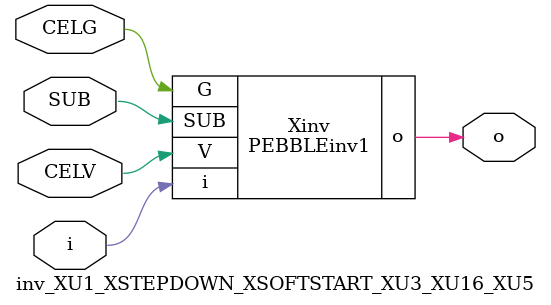
<source format=v>



module PEBBLEinv1 ( o, G, SUB, V, i );

  input V;
  input i;
  input G;
  output o;
  input SUB;
endmodule

//Celera Confidential Do Not Copy inv_XU1_XSTEPDOWN_XSOFTSTART_XU3_XU16_XU5
//Celera Confidential Symbol Generator
//5V Inverter
module inv_XU1_XSTEPDOWN_XSOFTSTART_XU3_XU16_XU5 (CELV,CELG,i,o,SUB);
input CELV;
input CELG;
input i;
input SUB;
output o;

//Celera Confidential Do Not Copy inv
PEBBLEinv1 Xinv(
.V (CELV),
.i (i),
.o (o),
.SUB (SUB),
.G (CELG)
);
//,diesize,PEBBLEinv1

//Celera Confidential Do Not Copy Module End
//Celera Schematic Generator
endmodule

</source>
